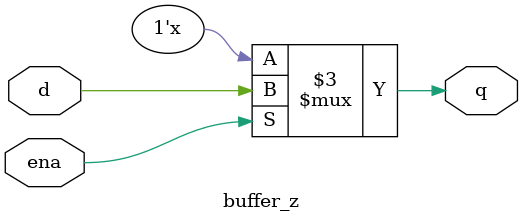
<source format=sv>

`ifndef BUFFER_SV
`define BUFFER_SV

module buffer_z #(parameter WIDTH=1) (ena,d,q);
input wire ena;
input wire [WIDTH-1:0] d;
output reg [WIDTH-1:0] q;

always @(*) begin
	if(ena) begin
		 q <= d;
	end
	else begin
		 q <= 'bZ;
	end
end
endmodule

`endif

</source>
